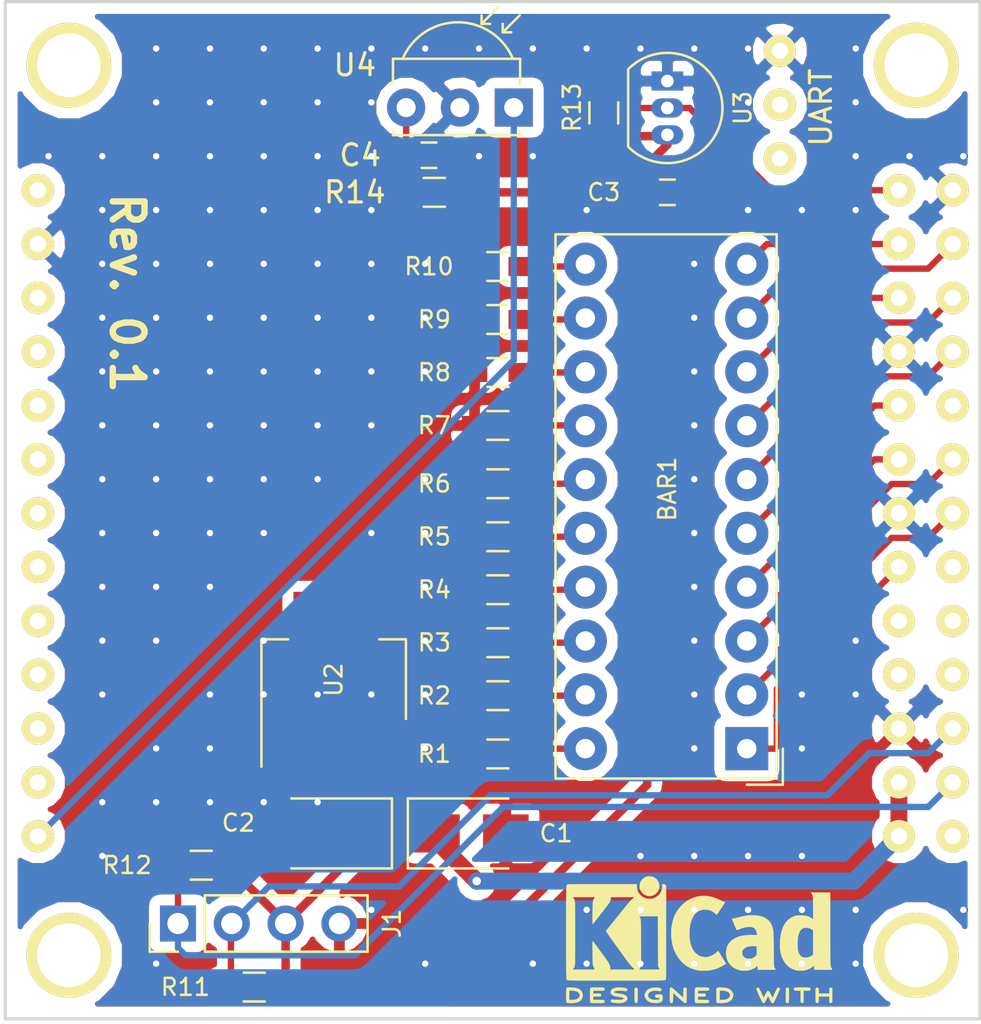
<source format=kicad_pcb>
(kicad_pcb (version 20171130) (host pcbnew 5.0.0-rc1-44a33f2~62~ubuntu16.04.1)
  (layers (0 F.Cu signal) (31 B.Cu signal) (34 B.Paste user) (35 F.Paste user) (36 B.SilkS user) (37 F.SilkS user) (38 B.Mask user) (39 F.Mask user) (44 Edge.Cuts user))
  (net 0 "")
  (net 1 "Net-(U1-Pad3)")
  (net 2 "Net-(U1-Pad4)")
  (net 3 "Net-(U1-Pad5)")
  (net 4 "Net-(U1-Pad6)")
  (net 5 "Net-(U1-Pad7)")
  (net 6 "Net-(U1-Pad8)")
  (net 7 "Net-(U1-Pad9)")
  (net 8 "Net-(U1-Pad10)")
  (net 9 "Net-(U1-Pad11)")
  (net 10 "Net-(U1-Pad12)")
  (net 11 "Net-(U1-Pad13)")
  (net 12 "Net-(U1-Pad101)")
  (net 13 "Net-(U1-Pad107)")
  (net 14 "Net-(U1-Pad108)")
  (net 15 "Net-(U1-Pad109)")
  (net 16 "Net-(U1-Pad110)")
  (net 17 "Net-(U1-Pad111)")
  (net 18 "Net-(U1-Pad117)")
  (net 19 "Net-(U1-Pad202)")
  (net 20 "Net-(U1-Pad203)")
  (net 21 "Net-(BAR1-Pad20)")
  (net 22 "Net-(BAR1-Pad19)")
  (net 23 "Net-(BAR1-Pad18)")
  (net 24 "Net-(BAR1-Pad17)")
  (net 25 "Net-(BAR1-Pad9)")
  (net 26 "Net-(BAR1-Pad10)")
  (net 27 "Net-(BAR1-Pad11)")
  (net 28 "Net-(BAR1-Pad12)")
  (net 29 "Net-(BAR1-Pad8)")
  (net 30 "Net-(BAR1-Pad7)")
  (net 31 "Net-(BAR1-Pad6)")
  (net 32 "Net-(BAR1-Pad5)")
  (net 33 "Net-(BAR1-Pad16)")
  (net 34 "Net-(BAR1-Pad15)")
  (net 35 "Net-(BAR1-Pad14)")
  (net 36 "Net-(BAR1-Pad13)")
  (net 37 "Net-(BAR1-Pad4)")
  (net 38 "Net-(BAR1-Pad3)")
  (net 39 "Net-(BAR1-Pad2)")
  (net 40 "Net-(BAR1-Pad1)")
  (net 41 GND)
  (net 42 +5V)
  (net 43 +3V3)
  (net 44 "Net-(J1-Pad2)")
  (net 45 "Net-(J1-Pad1)")
  (net 46 "Net-(R13-Pad1)")
  (net 47 "Net-(C4-Pad2)")
  (net 48 "Net-(U1-Pad1)")
  (module myfootprints:orangepi-zero (layer F.Cu) (at 113 98.5)
    (fp_text reference U1 hide)
    (fp_text value orange_pi_zero)
    (fp_text user UART (at 38.5 -43 -90) (layer F.SilkS))
    (pad "" thru_hole circle (at 43 -45) (size 4 4) (drill 3) (layers *.Cu *.Mask F.SilkS))
    (pad 1 thru_hole circle (at 1.54 -39.1) (size 1.524 1.524) (drill 0.762) (layers *.Cu *.Mask F.SilkS) (net 48 "Net-(U1-Pad1)"))
    (pad 2 thru_hole circle (at 1.54 -36.56) (size 1.524 1.524) (drill 0.762) (layers *.Cu *.Mask F.SilkS) (net 41 GND))
    (pad 3 thru_hole circle (at 1.54 -34.02) (size 1.524 1.524) (drill 0.762) (layers *.Cu *.Mask F.SilkS) (net 1 "Net-(U1-Pad3)"))
    (pad 4 thru_hole circle (at 1.54 -31.48) (size 1.524 1.524) (drill 0.762) (layers *.Cu *.Mask F.SilkS) (net 2 "Net-(U1-Pad4)"))
    (pad 5 thru_hole circle (at 1.54 -28.94) (size 1.524 1.524) (drill 0.762) (layers *.Cu *.Mask F.SilkS) (net 3 "Net-(U1-Pad5)"))
    (pad 6 thru_hole circle (at 1.54 -26.4) (size 1.524 1.524) (drill 0.762) (layers *.Cu *.Mask F.SilkS) (net 4 "Net-(U1-Pad6)"))
    (pad 7 thru_hole circle (at 1.54 -23.86) (size 1.524 1.524) (drill 0.762) (layers *.Cu *.Mask F.SilkS) (net 5 "Net-(U1-Pad7)"))
    (pad 8 thru_hole circle (at 1.54 -21.32) (size 1.524 1.524) (drill 0.762) (layers *.Cu *.Mask F.SilkS) (net 6 "Net-(U1-Pad8)"))
    (pad 9 thru_hole circle (at 1.54 -18.78) (size 1.524 1.524) (drill 0.762) (layers *.Cu *.Mask F.SilkS) (net 7 "Net-(U1-Pad9)"))
    (pad 10 thru_hole circle (at 1.54 -16.24) (size 1.524 1.524) (drill 0.762) (layers *.Cu *.Mask F.SilkS) (net 8 "Net-(U1-Pad10)"))
    (pad 11 thru_hole circle (at 1.54 -13.7) (size 1.524 1.524) (drill 0.762) (layers *.Cu *.Mask F.SilkS) (net 9 "Net-(U1-Pad11)"))
    (pad 12 thru_hole circle (at 1.54 -11.16) (size 1.524 1.524) (drill 0.762) (layers *.Cu *.Mask F.SilkS) (net 10 "Net-(U1-Pad12)"))
    (pad 13 thru_hole circle (at 1.54 -8.62) (size 1.524 1.524) (drill 0.762) (layers *.Cu *.Mask F.SilkS) (net 11 "Net-(U1-Pad13)"))
    (pad 101 thru_hole circle (at 44.72 -8.62) (size 1.524 1.524) (drill 0.762) (layers *.Cu *.Mask F.SilkS) (net 12 "Net-(U1-Pad101)"))
    (pad 102 thru_hole circle (at 42.18 -8.62) (size 1.524 1.524) (drill 0.762) (layers *.Cu *.Mask F.SilkS) (net 42 +5V))
    (pad 103 thru_hole circle (at 44.72 -11.16) (size 1.524 1.524) (drill 0.762) (layers *.Cu *.Mask F.SilkS) (net 45 "Net-(J1-Pad1)"))
    (pad 104 thru_hole circle (at 42.18 -11.16) (size 1.524 1.524) (drill 0.762) (layers *.Cu *.Mask F.SilkS) (net 42 +5V))
    (pad 105 thru_hole circle (at 44.72 -13.7) (size 1.524 1.524) (drill 0.762) (layers *.Cu *.Mask F.SilkS) (net 44 "Net-(J1-Pad2)"))
    (pad 106 thru_hole circle (at 42.18 -13.7) (size 1.524 1.524) (drill 0.762) (layers *.Cu *.Mask F.SilkS) (net 41 GND))
    (pad 107 thru_hole circle (at 44.72 -16.24) (size 1.524 1.524) (drill 0.762) (layers *.Cu *.Mask F.SilkS) (net 13 "Net-(U1-Pad107)"))
    (pad 108 thru_hole circle (at 42.18 -16.24) (size 1.524 1.524) (drill 0.762) (layers *.Cu *.Mask F.SilkS) (net 14 "Net-(U1-Pad108)"))
    (pad 109 thru_hole circle (at 44.72 -18.78) (size 1.524 1.524) (drill 0.762) (layers *.Cu *.Mask F.SilkS) (net 15 "Net-(U1-Pad109)"))
    (pad 110 thru_hole circle (at 42.18 -18.78) (size 1.524 1.524) (drill 0.762) (layers *.Cu *.Mask F.SilkS) (net 16 "Net-(U1-Pad110)"))
    (pad 111 thru_hole circle (at 44.72 -21.32) (size 1.524 1.524) (drill 0.762) (layers *.Cu *.Mask F.SilkS) (net 17 "Net-(U1-Pad111)"))
    (pad 112 thru_hole circle (at 42.18 -21.32) (size 1.524 1.524) (drill 0.762) (layers *.Cu *.Mask F.SilkS) (net 40 "Net-(BAR1-Pad1)"))
    (pad 113 thru_hole circle (at 44.72 -23.86) (size 1.524 1.524) (drill 0.762) (layers *.Cu *.Mask F.SilkS) (net 39 "Net-(BAR1-Pad2)"))
    (pad 114 thru_hole circle (at 42.18 -23.86) (size 1.524 1.524) (drill 0.762) (layers *.Cu *.Mask F.SilkS) (net 41 GND))
    (pad 115 thru_hole circle (at 44.72 -26.4) (size 1.524 1.524) (drill 0.762) (layers *.Cu *.Mask F.SilkS) (net 38 "Net-(BAR1-Pad3)"))
    (pad 116 thru_hole circle (at 42.18 -26.4) (size 1.524 1.524) (drill 0.762) (layers *.Cu *.Mask F.SilkS) (net 37 "Net-(BAR1-Pad4)"))
    (pad 117 thru_hole circle (at 44.72 -28.94) (size 1.524 1.524) (drill 0.762) (layers *.Cu *.Mask F.SilkS) (net 18 "Net-(U1-Pad117)"))
    (pad 118 thru_hole circle (at 42.18 -28.94) (size 1.524 1.524) (drill 0.762) (layers *.Cu *.Mask F.SilkS) (net 32 "Net-(BAR1-Pad5)"))
    (pad 119 thru_hole circle (at 44.72 -31.48) (size 1.524 1.524) (drill 0.762) (layers *.Cu *.Mask F.SilkS) (net 31 "Net-(BAR1-Pad6)"))
    (pad 120 thru_hole circle (at 42.18 -31.48) (size 1.524 1.524) (drill 0.762) (layers *.Cu *.Mask F.SilkS) (net 41 GND))
    (pad 121 thru_hole circle (at 44.72 -34.02) (size 1.524 1.524) (drill 0.762) (layers *.Cu *.Mask F.SilkS) (net 30 "Net-(BAR1-Pad7)"))
    (pad 122 thru_hole circle (at 42.18 -34.02) (size 1.524 1.524) (drill 0.762) (layers *.Cu *.Mask F.SilkS) (net 29 "Net-(BAR1-Pad8)"))
    (pad 123 thru_hole circle (at 44.72 -36.56) (size 1.524 1.524) (drill 0.762) (layers *.Cu *.Mask F.SilkS) (net 25 "Net-(BAR1-Pad9)"))
    (pad 124 thru_hole circle (at 42.18 -36.56) (size 1.524 1.524) (drill 0.762) (layers *.Cu *.Mask F.SilkS) (net 26 "Net-(BAR1-Pad10)"))
    (pad 125 thru_hole circle (at 44.72 -39.1) (size 1.524 1.524) (drill 0.762) (layers *.Cu *.Mask F.SilkS) (net 41 GND))
    (pad 126 thru_hole circle (at 42.18 -39.1) (size 1.524 1.524) (drill 0.762) (layers *.Cu *.Mask F.SilkS) (net 46 "Net-(R13-Pad1)"))
    (pad 201 thru_hole circle (at 36.56 -45.68) (size 1.524 1.524) (drill 0.762) (layers *.Cu *.Mask F.SilkS) (net 41 GND))
    (pad 202 thru_hole circle (at 36.56 -43.14) (size 1.524 1.524) (drill 0.762) (layers *.Cu *.Mask F.SilkS) (net 19 "Net-(U1-Pad202)"))
    (pad 203 thru_hole circle (at 36.56 -40.6) (size 1.524 1.524) (drill 0.762) (layers *.Cu *.Mask F.SilkS) (net 20 "Net-(U1-Pad203)"))
    (pad "" thru_hole circle (at 3 -45) (size 4 4) (drill 3) (layers *.Cu *.Mask F.SilkS))
    (pad "" thru_hole circle (at 3 -3) (size 4 4) (drill 3) (layers *.Cu *.Mask F.SilkS))
    (pad "" thru_hole circle (at 43 -3) (size 4 4) (drill 3) (layers *.Cu *.Mask F.SilkS))
  )
  (module Symbols:KiCad-Logo2_6mm_SilkScreen (layer F.Cu) (at 145.75 94.75)
    (fp_text reference REF*** hide)
    (fp_text value KiCad-Logo2_6mm_SilkScreen hide)
  )
  (module Displays:HDSP-4850 (layer F.Cu) (at 148 85.75 180)
    (fp_text reference BAR1 (at 3.75 12.25 270) (layer F.SilkS) (effects (font (size 0.8 0.8) (thickness 0.12))))
    (fp_text value HDSP-4850_2)
    (pad 20 thru_hole circle (at 7.62 0 90) (size 2.032 2.032) (drill 0.9144) (layers *.Cu *.Mask) (net 21 "Net-(BAR1-Pad20)"))
    (pad 19 thru_hole circle (at 7.62 2.54 90) (size 2.032 2.032) (drill 0.9144) (layers *.Cu *.Mask) (net 22 "Net-(BAR1-Pad19)"))
    (pad 18 thru_hole circle (at 7.62 5.08 90) (size 2.032 2.032) (drill 0.9144) (layers *.Cu *.Mask) (net 23 "Net-(BAR1-Pad18)"))
    (pad 17 thru_hole circle (at 7.62 7.62 90) (size 2.032 2.032) (drill 0.9144) (layers *.Cu *.Mask) (net 24 "Net-(BAR1-Pad17)"))
    (pad 9 thru_hole circle (at 0 20.32 90) (size 2.032 2.032) (drill 0.9144) (layers *.Cu *.Mask) (net 25 "Net-(BAR1-Pad9)"))
    (pad 10 thru_hole circle (at 0 22.86 90) (size 2.032 2.032) (drill 0.9144) (layers *.Cu *.Mask) (net 26 "Net-(BAR1-Pad10)"))
    (pad 11 thru_hole circle (at 7.62 22.86 90) (size 2.032 2.032) (drill 0.9144) (layers *.Cu *.Mask) (net 27 "Net-(BAR1-Pad11)"))
    (pad 12 thru_hole circle (at 7.62 20.32 90) (size 2.032 2.032) (drill 0.9144) (layers *.Cu *.Mask) (net 28 "Net-(BAR1-Pad12)"))
    (pad 8 thru_hole circle (at 0 17.78 90) (size 2.032 2.032) (drill 0.9144) (layers *.Cu *.Mask) (net 29 "Net-(BAR1-Pad8)"))
    (pad 7 thru_hole circle (at 0 15.24 90) (size 2.032 2.032) (drill 0.9144) (layers *.Cu *.Mask) (net 30 "Net-(BAR1-Pad7)"))
    (pad 6 thru_hole circle (at 0 12.7 90) (size 2.032 2.032) (drill 0.9144) (layers *.Cu *.Mask) (net 31 "Net-(BAR1-Pad6)"))
    (pad 5 thru_hole circle (at 0 10.16 90) (size 2.032 2.032) (drill 0.9144) (layers *.Cu *.Mask) (net 32 "Net-(BAR1-Pad5)"))
    (pad 16 thru_hole circle (at 7.62 10.16 90) (size 2.032 2.032) (drill 0.9144) (layers *.Cu *.Mask) (net 33 "Net-(BAR1-Pad16)"))
    (pad 15 thru_hole circle (at 7.62 12.7 90) (size 2.032 2.032) (drill 0.9144) (layers *.Cu *.Mask) (net 34 "Net-(BAR1-Pad15)"))
    (pad 14 thru_hole circle (at 7.62 15.24 90) (size 2.032 2.032) (drill 0.9144) (layers *.Cu *.Mask) (net 35 "Net-(BAR1-Pad14)"))
    (pad 13 thru_hole circle (at 7.62 17.78 90) (size 2.032 2.032) (drill 0.9144) (layers *.Cu *.Mask) (net 36 "Net-(BAR1-Pad13)"))
    (pad 4 thru_hole circle (at 0 7.62 90) (size 2.032 2.032) (drill 0.9144) (layers *.Cu *.Mask) (net 37 "Net-(BAR1-Pad4)"))
    (pad 3 thru_hole circle (at 0 5.08 90) (size 2.032 2.032) (drill 0.9144) (layers *.Cu *.Mask) (net 38 "Net-(BAR1-Pad3)"))
    (pad 2 thru_hole circle (at 0 2.54 90) (size 2.032 2.032) (drill 0.9144) (layers *.Cu *.Mask) (net 39 "Net-(BAR1-Pad2)"))
    (pad 1 thru_hole rect (at 0 0 90) (size 2.032 2.032) (drill 0.9144) (layers *.Cu *.Mask) (net 40 "Net-(BAR1-Pad1)"))
  )
  (module Capacitors_Tantalum_SMD:CP_Tantalum_Case-B_EIA-3528-21_Wave (layer F.Cu) (at 135 89.75)
    (fp_text reference C1 (at 4 0) (layer F.SilkS) (effects (font (size 0.8 0.8) (thickness 0.12))))
    (fp_text value 22u)
    (pad 2 smd rect (at 1.625 0) (size 2.15 1.8) (layers F.Cu F.Paste F.Mask) (net 41 GND))
    (pad 1 smd rect (at -1.625 0) (size 2.15 1.8) (layers F.Cu F.Paste F.Mask) (net 42 +5V))
  )
  (module Capacitors_Tantalum_SMD:CP_Tantalum_Case-B_EIA-3528-21_Wave (layer F.Cu) (at 128.25 89.75 180)
    (fp_text reference C2 (at 4.25 0.5 180) (layer F.SilkS) (effects (font (size 0.8 0.8) (thickness 0.12))))
    (fp_text value 22u)
    (pad 1 smd rect (at -1.625 0 180) (size 2.15 1.8) (layers F.Cu F.Paste F.Mask) (net 43 +3V3))
    (pad 2 smd rect (at 1.625 0 180) (size 2.15 1.8) (layers F.Cu F.Paste F.Mask) (net 41 GND))
  )
  (module Resistors_SMD:R_0603_HandSoldering (layer F.Cu) (at 136.25 86)
    (fp_text reference R1 (at -3 0) (layer F.SilkS) (effects (font (size 0.8 0.8) (thickness 0.12))))
    (fp_text value 330)
    (pad 2 smd rect (at 1.1 0) (size 1.2 0.9) (layers F.Cu F.Paste F.Mask) (net 21 "Net-(BAR1-Pad20)"))
    (pad 1 smd rect (at -1.1 0) (size 1.2 0.9) (layers F.Cu F.Paste F.Mask) (net 41 GND))
  )
  (module Resistors_SMD:R_0603_HandSoldering (layer F.Cu) (at 136.25 83.25)
    (fp_text reference R2 (at -3 0) (layer F.SilkS) (effects (font (size 0.8 0.8) (thickness 0.12))))
    (fp_text value 330)
    (pad 1 smd rect (at -1.1 0) (size 1.2 0.9) (layers F.Cu F.Paste F.Mask) (net 41 GND))
    (pad 2 smd rect (at 1.1 0) (size 1.2 0.9) (layers F.Cu F.Paste F.Mask) (net 22 "Net-(BAR1-Pad19)"))
  )
  (module Resistors_SMD:R_0603_HandSoldering (layer F.Cu) (at 136.25 80.75)
    (fp_text reference R3 (at -3 0) (layer F.SilkS) (effects (font (size 0.8 0.8) (thickness 0.12))))
    (fp_text value 330)
    (pad 2 smd rect (at 1.1 0) (size 1.2 0.9) (layers F.Cu F.Paste F.Mask) (net 23 "Net-(BAR1-Pad18)"))
    (pad 1 smd rect (at -1.1 0) (size 1.2 0.9) (layers F.Cu F.Paste F.Mask) (net 41 GND))
  )
  (module Resistors_SMD:R_0603_HandSoldering (layer F.Cu) (at 136.25 78.25)
    (fp_text reference R4 (at -3 0) (layer F.SilkS) (effects (font (size 0.8 0.8) (thickness 0.12))))
    (fp_text value 330)
    (pad 1 smd rect (at -1.1 0) (size 1.2 0.9) (layers F.Cu F.Paste F.Mask) (net 41 GND))
    (pad 2 smd rect (at 1.1 0) (size 1.2 0.9) (layers F.Cu F.Paste F.Mask) (net 24 "Net-(BAR1-Pad17)"))
  )
  (module Resistors_SMD:R_0603_HandSoldering (layer F.Cu) (at 136.25 75.75)
    (fp_text reference R5 (at -3 0) (layer F.SilkS) (effects (font (size 0.8 0.8) (thickness 0.12))))
    (fp_text value 330)
    (pad 2 smd rect (at 1.1 0) (size 1.2 0.9) (layers F.Cu F.Paste F.Mask) (net 33 "Net-(BAR1-Pad16)"))
    (pad 1 smd rect (at -1.1 0) (size 1.2 0.9) (layers F.Cu F.Paste F.Mask) (net 41 GND))
  )
  (module Resistors_SMD:R_0603_HandSoldering (layer F.Cu) (at 136.25 73.25)
    (fp_text reference R6 (at -3 0) (layer F.SilkS) (effects (font (size 0.8 0.8) (thickness 0.12))))
    (fp_text value 330)
    (pad 1 smd rect (at -1.1 0) (size 1.2 0.9) (layers F.Cu F.Paste F.Mask) (net 41 GND))
    (pad 2 smd rect (at 1.1 0) (size 1.2 0.9) (layers F.Cu F.Paste F.Mask) (net 34 "Net-(BAR1-Pad15)"))
  )
  (module Resistors_SMD:R_0603_HandSoldering (layer F.Cu) (at 136.25 70.5)
    (fp_text reference R7 (at -3 0) (layer F.SilkS) (effects (font (size 0.8 0.8) (thickness 0.12))))
    (fp_text value 330)
    (pad 2 smd rect (at 1.1 0) (size 1.2 0.9) (layers F.Cu F.Paste F.Mask) (net 35 "Net-(BAR1-Pad14)"))
    (pad 1 smd rect (at -1.1 0) (size 1.2 0.9) (layers F.Cu F.Paste F.Mask) (net 41 GND))
  )
  (module Resistors_SMD:R_0603_HandSoldering (layer F.Cu) (at 136.25 68)
    (fp_text reference R8 (at -3 0) (layer F.SilkS) (effects (font (size 0.8 0.8) (thickness 0.12))))
    (fp_text value 330)
    (pad 1 smd rect (at -1.1 0) (size 1.2 0.9) (layers F.Cu F.Paste F.Mask) (net 41 GND))
    (pad 2 smd rect (at 1.1 0) (size 1.2 0.9) (layers F.Cu F.Paste F.Mask) (net 36 "Net-(BAR1-Pad13)"))
  )
  (module Resistors_SMD:R_0603_HandSoldering (layer F.Cu) (at 136.25 65.5)
    (fp_text reference R9 (at -3 0) (layer F.SilkS) (effects (font (size 0.8 0.8) (thickness 0.12))))
    (fp_text value 330)
    (pad 2 smd rect (at 1.1 0) (size 1.2 0.9) (layers F.Cu F.Paste F.Mask) (net 28 "Net-(BAR1-Pad12)"))
    (pad 1 smd rect (at -1.1 0) (size 1.2 0.9) (layers F.Cu F.Paste F.Mask) (net 41 GND))
  )
  (module Resistors_SMD:R_0603_HandSoldering (layer F.Cu) (at 136.25 63)
    (fp_text reference R10 (at -3.25 0) (layer F.SilkS) (effects (font (size 0.8 0.8) (thickness 0.12))))
    (fp_text value 330)
    (pad 1 smd rect (at -1.1 0) (size 1.2 0.9) (layers F.Cu F.Paste F.Mask) (net 41 GND))
    (pad 2 smd rect (at 1.1 0) (size 1.2 0.9) (layers F.Cu F.Paste F.Mask) (net 27 "Net-(BAR1-Pad11)"))
  )
  (module TO_SOT_Packages_SMD:SOT-223 (layer F.Cu) (at 128.5 82.5 90)
    (fp_text reference U2 (at 0 0 90) (layer F.SilkS) (effects (font (size 0.8 0.8) (thickness 0.12))))
    (fp_text value AMS1117-3.3)
    (pad 1 smd rect (at -3.15 -2.3 90) (size 2 1.5) (layers F.Cu F.Paste F.Mask) (net 41 GND))
    (pad 3 smd rect (at -3.15 2.3 90) (size 2 1.5) (layers F.Cu F.Paste F.Mask) (net 42 +5V))
    (pad 2 smd rect (at -3.15 0 90) (size 2 1.5) (layers F.Cu F.Paste F.Mask) (net 43 +3V3))
    (pad 4 smd rect (at 3.15 0 90) (size 2 3.8) (layers F.Cu F.Paste F.Mask))
  )
  (module Pin_Headers:Pin_Header_Straight_1x04_Pitch2.54mm (layer F.Cu) (at 121.15 94 90)
    (fp_text reference J1 (at 0 10.1 90) (layer F.SilkS) (effects (font (size 0.8 0.8) (thickness 0.12))))
    (fp_text value Conn_01x04)
    (pad 4 thru_hole oval (at 0 7.62 90) (size 1.7 1.7) (drill 1) (layers *.Cu *.Mask) (net 41 GND))
    (pad 3 thru_hole oval (at 0 5.08 90) (size 1.7 1.7) (drill 1) (layers *.Cu *.Mask) (net 43 +3V3))
    (pad 2 thru_hole oval (at 0 2.54 90) (size 1.7 1.7) (drill 1) (layers *.Cu *.Mask) (net 44 "Net-(J1-Pad2)"))
    (pad 1 thru_hole rect (at 0 0 90) (size 1.7 1.7) (drill 1) (layers *.Cu *.Mask) (net 45 "Net-(J1-Pad1)"))
  )
  (module Resistors_SMD:R_0603_HandSoldering (layer F.Cu) (at 124.75 97)
    (fp_text reference R11 (at -3.25 0) (layer F.SilkS) (effects (font (size 0.8 0.8) (thickness 0.12))))
    (fp_text value 4K7)
    (pad 1 smd rect (at -1.1 0) (size 1.2 0.9) (layers F.Cu F.Paste F.Mask) (net 44 "Net-(J1-Pad2)"))
    (pad 2 smd rect (at 1.1 0) (size 1.2 0.9) (layers F.Cu F.Paste F.Mask) (net 43 +3V3))
  )
  (module Resistors_SMD:R_0603_HandSoldering (layer F.Cu) (at 122.25 91.25)
    (fp_text reference R12 (at -3.5 0) (layer F.SilkS) (effects (font (size 0.8 0.8) (thickness 0.12))))
    (fp_text value 4K7)
    (pad 2 smd rect (at 1.1 0) (size 1.2 0.9) (layers F.Cu F.Paste F.Mask) (net 43 +3V3))
    (pad 1 smd rect (at -1.1 0) (size 1.2 0.9) (layers F.Cu F.Paste F.Mask) (net 45 "Net-(J1-Pad1)"))
  )
  (module Capacitors_SMD:C_0603_HandSoldering (layer F.Cu) (at 144.25 59.5 180)
    (fp_text reference C3 (at 3 0 180) (layer F.SilkS) (effects (font (size 0.8 0.8) (thickness 0.12))))
    (fp_text value 100n)
    (pad 2 smd rect (at 0.95 0 180) (size 1.2 0.75) (layers F.Cu F.Paste F.Mask) (net 43 +3V3))
    (pad 1 smd rect (at -0.95 0 180) (size 1.2 0.75) (layers F.Cu F.Paste F.Mask) (net 41 GND))
  )
  (module Resistors_SMD:R_0603_HandSoldering (layer F.Cu) (at 141.25 55.75 270)
    (fp_text reference R13 (at -0.25 1.5 90) (layer F.SilkS) (effects (font (size 0.8 0.8) (thickness 0.12))))
    (fp_text value 4K7)
    (pad 2 smd rect (at 1.1 0 270) (size 1.2 0.9) (layers F.Cu F.Paste F.Mask) (net 43 +3V3))
    (pad 1 smd rect (at -1.1 0 270) (size 1.2 0.9) (layers F.Cu F.Paste F.Mask) (net 46 "Net-(R13-Pad1)"))
  )
  (module TO_SOT_Packages_THT:TO-92_Inline_Narrow_Oval (layer F.Cu) (at 144.25 54.25 270)
    (fp_text reference U3 (at 1.27 -3.56 90) (layer F.SilkS) (effects (font (size 0.8 0.8) (thickness 0.12))))
    (fp_text value DS18B20)
    (pad 1 thru_hole rect (at 0 0 90) (size 0.9 1.5) (drill 0.6) (layers *.Cu *.Mask) (net 41 GND))
    (pad 3 thru_hole oval (at 2.54 0 90) (size 0.9 1.5) (drill 0.6) (layers *.Cu *.Mask) (net 43 +3V3))
    (pad 2 thru_hole oval (at 1.27 0 90) (size 0.9 1.5) (drill 0.6) (layers *.Cu *.Mask) (net 46 "Net-(R13-Pad1)"))
  )
  (module Capacitors_SMD:C_0603_HandSoldering (layer F.Cu) (at 133 57.75 180)
    (fp_text reference C4 (at 3.25 0 180) (layer F.SilkS))
    (fp_text value 100n)
    (pad 2 smd rect (at 0.95 0 180) (size 1.2 0.75) (layers F.Cu F.Paste F.Mask) (net 47 "Net-(C4-Pad2)"))
    (pad 1 smd rect (at -0.95 0 180) (size 1.2 0.75) (layers F.Cu F.Paste F.Mask) (net 41 GND))
  )
  (module Resistors_SMD:R_0603_HandSoldering (layer F.Cu) (at 133.25 59.5)
    (fp_text reference R14 (at -3.75 0) (layer F.SilkS))
    (fp_text value 100)
    (pad 2 smd rect (at 1.1 0) (size 1.2 0.9) (layers F.Cu F.Paste F.Mask) (net 43 +3V3))
    (pad 1 smd rect (at -1.1 0) (size 1.2 0.9) (layers F.Cu F.Paste F.Mask) (net 47 "Net-(C4-Pad2)"))
  )
  (module Opto-Devices:IRReceiver_Vishay_MOLD-3pin (layer F.Cu) (at 137 55.5 180)
    (fp_text reference U4 (at 7.5 2) (layer F.SilkS))
    (fp_text value TSOP343xx)
    (pad 3 thru_hole circle (at 5.08 0 180) (size 1.8 1.8) (drill 0.9) (layers *.Cu *.Mask) (net 47 "Net-(C4-Pad2)"))
    (pad 2 thru_hole circle (at 2.54 0 180) (size 1.8 1.8) (drill 0.9) (layers *.Cu *.Mask) (net 41 GND))
    (pad 1 thru_hole rect (at 0 0 180) (size 1.8 1.8) (drill 0.9) (layers *.Cu *.Mask) (net 11 "Net-(U1-Pad13)"))
  )
  (module VIA_MATRIX (layer F.Cu) (at 120.12 52.714999)
    (fp_text reference V3_1 hide)
    (fp_text value AUTO_VIA hide)
    (pad 1 thru_hole circle (at 0 0) (size 0.45 0.45) (drill 0.3) (layers *.Cu) (net 41 GND) (clearance 0.3))
  )
  (module VIA_MATRIX (layer F.Cu) (at 122.66 52.714999)
    (fp_text reference V4_1 hide)
    (fp_text value AUTO_VIA hide)
    (pad 1 thru_hole circle (at 0 0) (size 0.45 0.45) (drill 0.3) (layers *.Cu) (net 41 GND) (clearance 0.3))
  )
  (module VIA_MATRIX (layer F.Cu) (at 125.2 52.714999)
    (fp_text reference V5_1 hide)
    (fp_text value AUTO_VIA hide)
    (pad 1 thru_hole circle (at 0 0) (size 0.45 0.45) (drill 0.3) (layers *.Cu) (net 41 GND) (clearance 0.3))
  )
  (module VIA_MATRIX (layer F.Cu) (at 127.74 52.714999)
    (fp_text reference V6_1 hide)
    (fp_text value AUTO_VIA hide)
    (pad 1 thru_hole circle (at 0 0) (size 0.45 0.45) (drill 0.3) (layers *.Cu) (net 41 GND) (clearance 0.3))
  )
  (module VIA_MATRIX (layer F.Cu) (at 130.28 52.714999)
    (fp_text reference V7_1 hide)
    (fp_text value AUTO_VIA hide)
    (pad 1 thru_hole circle (at 0 0) (size 0.45 0.45) (drill 0.3) (layers *.Cu) (net 41 GND) (clearance 0.3))
  )
  (module VIA_MATRIX (layer F.Cu) (at 132.82 52.714999)
    (fp_text reference V8_1 hide)
    (fp_text value AUTO_VIA hide)
    (pad 1 thru_hole circle (at 0 0) (size 0.45 0.45) (drill 0.3) (layers *.Cu) (net 41 GND) (clearance 0.3))
  )
  (module VIA_MATRIX (layer F.Cu) (at 135.36 52.714999)
    (fp_text reference V9_1 hide)
    (fp_text value AUTO_VIA hide)
    (pad 1 thru_hole circle (at 0 0) (size 0.45 0.45) (drill 0.3) (layers *.Cu) (net 41 GND) (clearance 0.3))
  )
  (module VIA_MATRIX (layer F.Cu) (at 137.9 52.714999)
    (fp_text reference V10_1 hide)
    (fp_text value AUTO_VIA hide)
    (pad 1 thru_hole circle (at 0 0) (size 0.45 0.45) (drill 0.3) (layers *.Cu) (net 41 GND) (clearance 0.3))
  )
  (module VIA_MATRIX (layer F.Cu) (at 140.44 52.714999)
    (fp_text reference V11_1 hide)
    (fp_text value AUTO_VIA hide)
    (pad 1 thru_hole circle (at 0 0) (size 0.45 0.45) (drill 0.3) (layers *.Cu) (net 41 GND) (clearance 0.3))
  )
  (module VIA_MATRIX (layer F.Cu) (at 142.98 52.714999)
    (fp_text reference V12_1 hide)
    (fp_text value AUTO_VIA hide)
    (pad 1 thru_hole circle (at 0 0) (size 0.45 0.45) (drill 0.3) (layers *.Cu) (net 41 GND) (clearance 0.3))
  )
  (module VIA_MATRIX (layer F.Cu) (at 145.52 52.714999)
    (fp_text reference V13_1 hide)
    (fp_text value AUTO_VIA hide)
    (pad 1 thru_hole circle (at 0 0) (size 0.45 0.45) (drill 0.3) (layers *.Cu) (net 41 GND) (clearance 0.3))
  )
  (module VIA_MATRIX (layer F.Cu) (at 148.06 52.714999)
    (fp_text reference V14_1 hide)
    (fp_text value AUTO_VIA hide)
    (pad 1 thru_hole circle (at 0 0) (size 0.45 0.45) (drill 0.3) (layers *.Cu) (net 41 GND) (clearance 0.3))
  )
  (module VIA_MATRIX (layer F.Cu) (at 153.14 52.714999)
    (fp_text reference V16_1 hide)
    (fp_text value AUTO_VIA hide)
    (pad 1 thru_hole circle (at 0 0) (size 0.45 0.45) (drill 0.3) (layers *.Cu) (net 41 GND) (clearance 0.3))
  )
  (module VIA_MATRIX (layer F.Cu) (at 120.12 55.254999)
    (fp_text reference V3_2 hide)
    (fp_text value AUTO_VIA hide)
    (pad 1 thru_hole circle (at 0 0) (size 0.45 0.45) (drill 0.3) (layers *.Cu) (net 41 GND) (clearance 0.3))
  )
  (module VIA_MATRIX (layer F.Cu) (at 122.66 55.254999)
    (fp_text reference V4_2 hide)
    (fp_text value AUTO_VIA hide)
    (pad 1 thru_hole circle (at 0 0) (size 0.45 0.45) (drill 0.3) (layers *.Cu) (net 41 GND) (clearance 0.3))
  )
  (module VIA_MATRIX (layer F.Cu) (at 125.2 55.254999)
    (fp_text reference V5_2 hide)
    (fp_text value AUTO_VIA hide)
    (pad 1 thru_hole circle (at 0 0) (size 0.45 0.45) (drill 0.3) (layers *.Cu) (net 41 GND) (clearance 0.3))
  )
  (module VIA_MATRIX (layer F.Cu) (at 127.74 55.254999)
    (fp_text reference V6_2 hide)
    (fp_text value AUTO_VIA hide)
    (pad 1 thru_hole circle (at 0 0) (size 0.45 0.45) (drill 0.3) (layers *.Cu) (net 41 GND) (clearance 0.3))
  )
  (module VIA_MATRIX (layer F.Cu) (at 130.28 55.254999)
    (fp_text reference V7_2 hide)
    (fp_text value AUTO_VIA hide)
    (pad 1 thru_hole circle (at 0 0) (size 0.45 0.45) (drill 0.3) (layers *.Cu) (net 41 GND) (clearance 0.3))
  )
  (module VIA_MATRIX (layer F.Cu) (at 148.06 55.254999)
    (fp_text reference V14_2 hide)
    (fp_text value AUTO_VIA hide)
    (pad 1 thru_hole circle (at 0 0) (size 0.45 0.45) (drill 0.3) (layers *.Cu) (net 41 GND) (clearance 0.3))
  )
  (module VIA_MATRIX (layer F.Cu) (at 153.14 55.254999)
    (fp_text reference V16_2 hide)
    (fp_text value AUTO_VIA hide)
    (pad 1 thru_hole circle (at 0 0) (size 0.45 0.45) (drill 0.3) (layers *.Cu) (net 41 GND) (clearance 0.3))
  )
  (module VIA_MATRIX (layer F.Cu) (at 115.04 57.794999)
    (fp_text reference V1_3 hide)
    (fp_text value AUTO_VIA hide)
    (pad 1 thru_hole circle (at 0 0) (size 0.45 0.45) (drill 0.3) (layers *.Cu) (net 41 GND) (clearance 0.3))
  )
  (module VIA_MATRIX (layer F.Cu) (at 117.58 57.794999)
    (fp_text reference V2_3 hide)
    (fp_text value AUTO_VIA hide)
    (pad 1 thru_hole circle (at 0 0) (size 0.45 0.45) (drill 0.3) (layers *.Cu) (net 41 GND) (clearance 0.3))
  )
  (module VIA_MATRIX (layer F.Cu) (at 120.12 57.794999)
    (fp_text reference V3_3 hide)
    (fp_text value AUTO_VIA hide)
    (pad 1 thru_hole circle (at 0 0) (size 0.45 0.45) (drill 0.3) (layers *.Cu) (net 41 GND) (clearance 0.3))
  )
  (module VIA_MATRIX (layer F.Cu) (at 122.66 57.794999)
    (fp_text reference V4_3 hide)
    (fp_text value AUTO_VIA hide)
    (pad 1 thru_hole circle (at 0 0) (size 0.45 0.45) (drill 0.3) (layers *.Cu) (net 41 GND) (clearance 0.3))
  )
  (module VIA_MATRIX (layer F.Cu) (at 125.2 57.794999)
    (fp_text reference V5_3 hide)
    (fp_text value AUTO_VIA hide)
    (pad 1 thru_hole circle (at 0 0) (size 0.45 0.45) (drill 0.3) (layers *.Cu) (net 41 GND) (clearance 0.3))
  )
  (module VIA_MATRIX (layer F.Cu) (at 127.74 57.794999)
    (fp_text reference V6_3 hide)
    (fp_text value AUTO_VIA hide)
    (pad 1 thru_hole circle (at 0 0) (size 0.45 0.45) (drill 0.3) (layers *.Cu) (net 41 GND) (clearance 0.3))
  )
  (module VIA_MATRIX (layer F.Cu) (at 130.28 57.794999)
    (fp_text reference V7_3 hide)
    (fp_text value AUTO_VIA hide)
    (pad 1 thru_hole circle (at 0 0) (size 0.45 0.45) (drill 0.3) (layers *.Cu) (net 41 GND) (clearance 0.3))
  )
  (module VIA_MATRIX (layer F.Cu) (at 135.36 57.794999)
    (fp_text reference V9_3 hide)
    (fp_text value AUTO_VIA hide)
    (pad 1 thru_hole circle (at 0 0) (size 0.45 0.45) (drill 0.3) (layers *.Cu) (net 41 GND) (clearance 0.3))
  )
  (module VIA_MATRIX (layer F.Cu) (at 137.9 57.794999)
    (fp_text reference V10_3 hide)
    (fp_text value AUTO_VIA hide)
    (pad 1 thru_hole circle (at 0 0) (size 0.45 0.45) (drill 0.3) (layers *.Cu) (net 41 GND) (clearance 0.3))
  )
  (module VIA_MATRIX (layer F.Cu) (at 153.14 57.794999)
    (fp_text reference V16_3 hide)
    (fp_text value AUTO_VIA hide)
    (pad 1 thru_hole circle (at 0 0) (size 0.45 0.45) (drill 0.3) (layers *.Cu) (net 41 GND) (clearance 0.3))
  )
  (module VIA_MATRIX (layer F.Cu) (at 155.68 57.794999)
    (fp_text reference V17_3 hide)
    (fp_text value AUTO_VIA hide)
    (pad 1 thru_hole circle (at 0 0) (size 0.45 0.45) (drill 0.3) (layers *.Cu) (net 41 GND) (clearance 0.3))
  )
  (module VIA_MATRIX (layer F.Cu) (at 158.22 57.794999)
    (fp_text reference V18_3 hide)
    (fp_text value AUTO_VIA hide)
    (pad 1 thru_hole circle (at 0 0) (size 0.45 0.45) (drill 0.3) (layers *.Cu) (net 41 GND) (clearance 0.3))
  )
  (module VIA_MATRIX (layer F.Cu) (at 117.58 60.334999)
    (fp_text reference V2_4 hide)
    (fp_text value AUTO_VIA hide)
    (pad 1 thru_hole circle (at 0 0) (size 0.45 0.45) (drill 0.3) (layers *.Cu) (net 41 GND) (clearance 0.3))
  )
  (module VIA_MATRIX (layer F.Cu) (at 120.12 60.334999)
    (fp_text reference V3_4 hide)
    (fp_text value AUTO_VIA hide)
    (pad 1 thru_hole circle (at 0 0) (size 0.45 0.45) (drill 0.3) (layers *.Cu) (net 41 GND) (clearance 0.3))
  )
  (module VIA_MATRIX (layer F.Cu) (at 122.66 60.334999)
    (fp_text reference V4_4 hide)
    (fp_text value AUTO_VIA hide)
    (pad 1 thru_hole circle (at 0 0) (size 0.45 0.45) (drill 0.3) (layers *.Cu) (net 41 GND) (clearance 0.3))
  )
  (module VIA_MATRIX (layer F.Cu) (at 125.2 60.334999)
    (fp_text reference V5_4 hide)
    (fp_text value AUTO_VIA hide)
    (pad 1 thru_hole circle (at 0 0) (size 0.45 0.45) (drill 0.3) (layers *.Cu) (net 41 GND) (clearance 0.3))
  )
  (module VIA_MATRIX (layer F.Cu) (at 127.74 60.334999)
    (fp_text reference V6_4 hide)
    (fp_text value AUTO_VIA hide)
    (pad 1 thru_hole circle (at 0 0) (size 0.45 0.45) (drill 0.3) (layers *.Cu) (net 41 GND) (clearance 0.3))
  )
  (module VIA_MATRIX (layer F.Cu) (at 130.28 60.334999)
    (fp_text reference V7_4 hide)
    (fp_text value AUTO_VIA hide)
    (pad 1 thru_hole circle (at 0 0) (size 0.45 0.45) (drill 0.3) (layers *.Cu) (net 41 GND) (clearance 0.3))
  )
  (module VIA_MATRIX (layer F.Cu) (at 140.44 60.334999)
    (fp_text reference V11_4 hide)
    (fp_text value AUTO_VIA hide)
    (pad 1 thru_hole circle (at 0 0) (size 0.45 0.45) (drill 0.3) (layers *.Cu) (net 41 GND) (clearance 0.3))
  )
  (module VIA_MATRIX (layer F.Cu) (at 148.06 60.334999)
    (fp_text reference V14_4 hide)
    (fp_text value AUTO_VIA hide)
    (pad 1 thru_hole circle (at 0 0) (size 0.45 0.45) (drill 0.3) (layers *.Cu) (net 41 GND) (clearance 0.3))
  )
  (module VIA_MATRIX (layer F.Cu) (at 150.6 60.334999)
    (fp_text reference V15_4 hide)
    (fp_text value AUTO_VIA hide)
    (pad 1 thru_hole circle (at 0 0) (size 0.45 0.45) (drill 0.3) (layers *.Cu) (net 41 GND) (clearance 0.3))
  )
  (module VIA_MATRIX (layer F.Cu) (at 153.14 60.334999)
    (fp_text reference V16_4 hide)
    (fp_text value AUTO_VIA hide)
    (pad 1 thru_hole circle (at 0 0) (size 0.45 0.45) (drill 0.3) (layers *.Cu) (net 41 GND) (clearance 0.3))
  )
  (module VIA_MATRIX (layer F.Cu) (at 117.58 62.874999)
    (fp_text reference V2_5 hide)
    (fp_text value AUTO_VIA hide)
    (pad 1 thru_hole circle (at 0 0) (size 0.45 0.45) (drill 0.3) (layers *.Cu) (net 41 GND) (clearance 0.3))
  )
  (module VIA_MATRIX (layer F.Cu) (at 120.12 62.874999)
    (fp_text reference V3_5 hide)
    (fp_text value AUTO_VIA hide)
    (pad 1 thru_hole circle (at 0 0) (size 0.45 0.45) (drill 0.3) (layers *.Cu) (net 41 GND) (clearance 0.3))
  )
  (module VIA_MATRIX (layer F.Cu) (at 122.66 62.874999)
    (fp_text reference V4_5 hide)
    (fp_text value AUTO_VIA hide)
    (pad 1 thru_hole circle (at 0 0) (size 0.45 0.45) (drill 0.3) (layers *.Cu) (net 41 GND) (clearance 0.3))
  )
  (module VIA_MATRIX (layer F.Cu) (at 125.2 62.874999)
    (fp_text reference V5_5 hide)
    (fp_text value AUTO_VIA hide)
    (pad 1 thru_hole circle (at 0 0) (size 0.45 0.45) (drill 0.3) (layers *.Cu) (net 41 GND) (clearance 0.3))
  )
  (module VIA_MATRIX (layer F.Cu) (at 127.74 62.874999)
    (fp_text reference V6_5 hide)
    (fp_text value AUTO_VIA hide)
    (pad 1 thru_hole circle (at 0 0) (size 0.45 0.45) (drill 0.3) (layers *.Cu) (net 41 GND) (clearance 0.3))
  )
  (module VIA_MATRIX (layer F.Cu) (at 130.28 62.874999)
    (fp_text reference V7_5 hide)
    (fp_text value AUTO_VIA hide)
    (pad 1 thru_hole circle (at 0 0) (size 0.45 0.45) (drill 0.3) (layers *.Cu) (net 41 GND) (clearance 0.3))
  )
  (module VIA_MATRIX (layer F.Cu) (at 132.82 62.874999)
    (fp_text reference V8_5 hide)
    (fp_text value AUTO_VIA hide)
    (pad 1 thru_hole circle (at 0 0) (size 0.45 0.45) (drill 0.3) (layers *.Cu) (net 41 GND) (clearance 0.3))
  )
  (module VIA_MATRIX (layer F.Cu) (at 145.52 62.874999)
    (fp_text reference V13_5 hide)
    (fp_text value AUTO_VIA hide)
    (pad 1 thru_hole circle (at 0 0) (size 0.45 0.45) (drill 0.3) (layers *.Cu) (net 41 GND) (clearance 0.3))
  )
  (module VIA_MATRIX (layer F.Cu) (at 117.58 65.414999)
    (fp_text reference V2_6 hide)
    (fp_text value AUTO_VIA hide)
    (pad 1 thru_hole circle (at 0 0) (size 0.45 0.45) (drill 0.3) (layers *.Cu) (net 41 GND) (clearance 0.3))
  )
  (module VIA_MATRIX (layer F.Cu) (at 120.12 65.414999)
    (fp_text reference V3_6 hide)
    (fp_text value AUTO_VIA hide)
    (pad 1 thru_hole circle (at 0 0) (size 0.45 0.45) (drill 0.3) (layers *.Cu) (net 41 GND) (clearance 0.3))
  )
  (module VIA_MATRIX (layer F.Cu) (at 122.66 65.414999)
    (fp_text reference V4_6 hide)
    (fp_text value AUTO_VIA hide)
    (pad 1 thru_hole circle (at 0 0) (size 0.45 0.45) (drill 0.3) (layers *.Cu) (net 41 GND) (clearance 0.3))
  )
  (module VIA_MATRIX (layer F.Cu) (at 125.2 65.414999)
    (fp_text reference V5_6 hide)
    (fp_text value AUTO_VIA hide)
    (pad 1 thru_hole circle (at 0 0) (size 0.45 0.45) (drill 0.3) (layers *.Cu) (net 41 GND) (clearance 0.3))
  )
  (module VIA_MATRIX (layer F.Cu) (at 127.74 65.414999)
    (fp_text reference V6_6 hide)
    (fp_text value AUTO_VIA hide)
    (pad 1 thru_hole circle (at 0 0) (size 0.45 0.45) (drill 0.3) (layers *.Cu) (net 41 GND) (clearance 0.3))
  )
  (module VIA_MATRIX (layer F.Cu) (at 130.28 65.414999)
    (fp_text reference V7_6 hide)
    (fp_text value AUTO_VIA hide)
    (pad 1 thru_hole circle (at 0 0) (size 0.45 0.45) (drill 0.3) (layers *.Cu) (net 41 GND) (clearance 0.3))
  )
  (module VIA_MATRIX (layer F.Cu) (at 132.82 65.414999)
    (fp_text reference V8_6 hide)
    (fp_text value AUTO_VIA hide)
    (pad 1 thru_hole circle (at 0 0) (size 0.45 0.45) (drill 0.3) (layers *.Cu) (net 41 GND) (clearance 0.3))
  )
  (module VIA_MATRIX (layer F.Cu) (at 145.52 65.414999)
    (fp_text reference V13_6 hide)
    (fp_text value AUTO_VIA hide)
    (pad 1 thru_hole circle (at 0 0) (size 0.45 0.45) (drill 0.3) (layers *.Cu) (net 41 GND) (clearance 0.3))
  )
  (module VIA_MATRIX (layer F.Cu) (at 117.58 67.954999)
    (fp_text reference V2_7 hide)
    (fp_text value AUTO_VIA hide)
    (pad 1 thru_hole circle (at 0 0) (size 0.45 0.45) (drill 0.3) (layers *.Cu) (net 41 GND) (clearance 0.3))
  )
  (module VIA_MATRIX (layer F.Cu) (at 120.12 67.954999)
    (fp_text reference V3_7 hide)
    (fp_text value AUTO_VIA hide)
    (pad 1 thru_hole circle (at 0 0) (size 0.45 0.45) (drill 0.3) (layers *.Cu) (net 41 GND) (clearance 0.3))
  )
  (module VIA_MATRIX (layer F.Cu) (at 122.66 67.954999)
    (fp_text reference V4_7 hide)
    (fp_text value AUTO_VIA hide)
    (pad 1 thru_hole circle (at 0 0) (size 0.45 0.45) (drill 0.3) (layers *.Cu) (net 41 GND) (clearance 0.3))
  )
  (module VIA_MATRIX (layer F.Cu) (at 125.2 67.954999)
    (fp_text reference V5_7 hide)
    (fp_text value AUTO_VIA hide)
    (pad 1 thru_hole circle (at 0 0) (size 0.45 0.45) (drill 0.3) (layers *.Cu) (net 41 GND) (clearance 0.3))
  )
  (module VIA_MATRIX (layer F.Cu) (at 127.74 67.954999)
    (fp_text reference V6_7 hide)
    (fp_text value AUTO_VIA hide)
    (pad 1 thru_hole circle (at 0 0) (size 0.45 0.45) (drill 0.3) (layers *.Cu) (net 41 GND) (clearance 0.3))
  )
  (module VIA_MATRIX (layer F.Cu) (at 130.28 67.954999)
    (fp_text reference V7_7 hide)
    (fp_text value AUTO_VIA hide)
    (pad 1 thru_hole circle (at 0 0) (size 0.45 0.45) (drill 0.3) (layers *.Cu) (net 41 GND) (clearance 0.3))
  )
  (module VIA_MATRIX (layer F.Cu) (at 132.82 67.954999)
    (fp_text reference V8_7 hide)
    (fp_text value AUTO_VIA hide)
    (pad 1 thru_hole circle (at 0 0) (size 0.45 0.45) (drill 0.3) (layers *.Cu) (net 41 GND) (clearance 0.3))
  )
  (module VIA_MATRIX (layer F.Cu) (at 145.52 67.954999)
    (fp_text reference V13_7 hide)
    (fp_text value AUTO_VIA hide)
    (pad 1 thru_hole circle (at 0 0) (size 0.45 0.45) (drill 0.3) (layers *.Cu) (net 41 GND) (clearance 0.3))
  )
  (module VIA_MATRIX (layer F.Cu) (at 117.58 70.494999)
    (fp_text reference V2_8 hide)
    (fp_text value AUTO_VIA hide)
    (pad 1 thru_hole circle (at 0 0) (size 0.45 0.45) (drill 0.3) (layers *.Cu) (net 41 GND) (clearance 0.3))
  )
  (module VIA_MATRIX (layer F.Cu) (at 120.12 70.494999)
    (fp_text reference V3_8 hide)
    (fp_text value AUTO_VIA hide)
    (pad 1 thru_hole circle (at 0 0) (size 0.45 0.45) (drill 0.3) (layers *.Cu) (net 41 GND) (clearance 0.3))
  )
  (module VIA_MATRIX (layer F.Cu) (at 122.66 70.494999)
    (fp_text reference V4_8 hide)
    (fp_text value AUTO_VIA hide)
    (pad 1 thru_hole circle (at 0 0) (size 0.45 0.45) (drill 0.3) (layers *.Cu) (net 41 GND) (clearance 0.3))
  )
  (module VIA_MATRIX (layer F.Cu) (at 125.2 70.494999)
    (fp_text reference V5_8 hide)
    (fp_text value AUTO_VIA hide)
    (pad 1 thru_hole circle (at 0 0) (size 0.45 0.45) (drill 0.3) (layers *.Cu) (net 41 GND) (clearance 0.3))
  )
  (module VIA_MATRIX (layer F.Cu) (at 127.74 70.494999)
    (fp_text reference V6_8 hide)
    (fp_text value AUTO_VIA hide)
    (pad 1 thru_hole circle (at 0 0) (size 0.45 0.45) (drill 0.3) (layers *.Cu) (net 41 GND) (clearance 0.3))
  )
  (module VIA_MATRIX (layer F.Cu) (at 130.28 70.494999)
    (fp_text reference V7_8 hide)
    (fp_text value AUTO_VIA hide)
    (pad 1 thru_hole circle (at 0 0) (size 0.45 0.45) (drill 0.3) (layers *.Cu) (net 41 GND) (clearance 0.3))
  )
  (module VIA_MATRIX (layer F.Cu) (at 145.52 70.494999)
    (fp_text reference V13_8 hide)
    (fp_text value AUTO_VIA hide)
    (pad 1 thru_hole circle (at 0 0) (size 0.45 0.45) (drill 0.3) (layers *.Cu) (net 41 GND) (clearance 0.3))
  )
  (module VIA_MATRIX (layer F.Cu) (at 117.58 73.034999)
    (fp_text reference V2_9 hide)
    (fp_text value AUTO_VIA hide)
    (pad 1 thru_hole circle (at 0 0) (size 0.45 0.45) (drill 0.3) (layers *.Cu) (net 41 GND) (clearance 0.3))
  )
  (module VIA_MATRIX (layer F.Cu) (at 120.12 73.034999)
    (fp_text reference V3_9 hide)
    (fp_text value AUTO_VIA hide)
    (pad 1 thru_hole circle (at 0 0) (size 0.45 0.45) (drill 0.3) (layers *.Cu) (net 41 GND) (clearance 0.3))
  )
  (module VIA_MATRIX (layer F.Cu) (at 122.66 73.034999)
    (fp_text reference V4_9 hide)
    (fp_text value AUTO_VIA hide)
    (pad 1 thru_hole circle (at 0 0) (size 0.45 0.45) (drill 0.3) (layers *.Cu) (net 41 GND) (clearance 0.3))
  )
  (module VIA_MATRIX (layer F.Cu) (at 125.2 73.034999)
    (fp_text reference V5_9 hide)
    (fp_text value AUTO_VIA hide)
    (pad 1 thru_hole circle (at 0 0) (size 0.45 0.45) (drill 0.3) (layers *.Cu) (net 41 GND) (clearance 0.3))
  )
  (module VIA_MATRIX (layer F.Cu) (at 127.74 73.034999)
    (fp_text reference V6_9 hide)
    (fp_text value AUTO_VIA hide)
    (pad 1 thru_hole circle (at 0 0) (size 0.45 0.45) (drill 0.3) (layers *.Cu) (net 41 GND) (clearance 0.3))
  )
  (module VIA_MATRIX (layer F.Cu) (at 132.82 73.034999)
    (fp_text reference V8_9 hide)
    (fp_text value AUTO_VIA hide)
    (pad 1 thru_hole circle (at 0 0) (size 0.45 0.45) (drill 0.3) (layers *.Cu) (net 41 GND) (clearance 0.3))
  )
  (module VIA_MATRIX (layer F.Cu) (at 145.52 73.034999)
    (fp_text reference V13_9 hide)
    (fp_text value AUTO_VIA hide)
    (pad 1 thru_hole circle (at 0 0) (size 0.45 0.45) (drill 0.3) (layers *.Cu) (net 41 GND) (clearance 0.3))
  )
  (module VIA_MATRIX (layer F.Cu) (at 117.58 75.574999)
    (fp_text reference V2_10 hide)
    (fp_text value AUTO_VIA hide)
    (pad 1 thru_hole circle (at 0 0) (size 0.45 0.45) (drill 0.3) (layers *.Cu) (net 41 GND) (clearance 0.3))
  )
  (module VIA_MATRIX (layer F.Cu) (at 120.12 75.574999)
    (fp_text reference V3_10 hide)
    (fp_text value AUTO_VIA hide)
    (pad 1 thru_hole circle (at 0 0) (size 0.45 0.45) (drill 0.3) (layers *.Cu) (net 41 GND) (clearance 0.3))
  )
  (module VIA_MATRIX (layer F.Cu) (at 122.66 75.574999)
    (fp_text reference V4_10 hide)
    (fp_text value AUTO_VIA hide)
    (pad 1 thru_hole circle (at 0 0) (size 0.45 0.45) (drill 0.3) (layers *.Cu) (net 41 GND) (clearance 0.3))
  )
  (module VIA_MATRIX (layer F.Cu) (at 125.2 75.574999)
    (fp_text reference V5_10 hide)
    (fp_text value AUTO_VIA hide)
    (pad 1 thru_hole circle (at 0 0) (size 0.45 0.45) (drill 0.3) (layers *.Cu) (net 41 GND) (clearance 0.3))
  )
  (module VIA_MATRIX (layer F.Cu) (at 130.28 75.574999)
    (fp_text reference V7_10 hide)
    (fp_text value AUTO_VIA hide)
    (pad 1 thru_hole circle (at 0 0) (size 0.45 0.45) (drill 0.3) (layers *.Cu) (net 41 GND) (clearance 0.3))
  )
  (module VIA_MATRIX (layer F.Cu) (at 132.82 75.574999)
    (fp_text reference V8_10 hide)
    (fp_text value AUTO_VIA hide)
    (pad 1 thru_hole circle (at 0 0) (size 0.45 0.45) (drill 0.3) (layers *.Cu) (net 41 GND) (clearance 0.3))
  )
  (module VIA_MATRIX (layer F.Cu) (at 145.52 75.574999)
    (fp_text reference V13_10 hide)
    (fp_text value AUTO_VIA hide)
    (pad 1 thru_hole circle (at 0 0) (size 0.45 0.45) (drill 0.3) (layers *.Cu) (net 41 GND) (clearance 0.3))
  )
  (module VIA_MATRIX (layer F.Cu) (at 117.58 78.114999)
    (fp_text reference V2_11 hide)
    (fp_text value AUTO_VIA hide)
    (pad 1 thru_hole circle (at 0 0) (size 0.45 0.45) (drill 0.3) (layers *.Cu) (net 41 GND) (clearance 0.3))
  )
  (module VIA_MATRIX (layer F.Cu) (at 120.12 78.114999)
    (fp_text reference V3_11 hide)
    (fp_text value AUTO_VIA hide)
    (pad 1 thru_hole circle (at 0 0) (size 0.45 0.45) (drill 0.3) (layers *.Cu) (net 41 GND) (clearance 0.3))
  )
  (module VIA_MATRIX (layer F.Cu) (at 122.66 78.114999)
    (fp_text reference V4_11 hide)
    (fp_text value AUTO_VIA hide)
    (pad 1 thru_hole circle (at 0 0) (size 0.45 0.45) (drill 0.3) (layers *.Cu) (net 41 GND) (clearance 0.3))
  )
  (module VIA_MATRIX (layer F.Cu) (at 132.82 78.114999)
    (fp_text reference V8_11 hide)
    (fp_text value AUTO_VIA hide)
    (pad 1 thru_hole circle (at 0 0) (size 0.45 0.45) (drill 0.3) (layers *.Cu) (net 41 GND) (clearance 0.3))
  )
  (module VIA_MATRIX (layer F.Cu) (at 145.52 78.114999)
    (fp_text reference V13_11 hide)
    (fp_text value AUTO_VIA hide)
    (pad 1 thru_hole circle (at 0 0) (size 0.45 0.45) (drill 0.3) (layers *.Cu) (net 41 GND) (clearance 0.3))
  )
  (module VIA_MATRIX (layer F.Cu) (at 117.58 80.654999)
    (fp_text reference V2_12 hide)
    (fp_text value AUTO_VIA hide)
    (pad 1 thru_hole circle (at 0 0) (size 0.45 0.45) (drill 0.3) (layers *.Cu) (net 41 GND) (clearance 0.3))
  )
  (module VIA_MATRIX (layer F.Cu) (at 120.12 80.654999)
    (fp_text reference V3_12 hide)
    (fp_text value AUTO_VIA hide)
    (pad 1 thru_hole circle (at 0 0) (size 0.45 0.45) (drill 0.3) (layers *.Cu) (net 41 GND) (clearance 0.3))
  )
  (module VIA_MATRIX (layer F.Cu) (at 125.2 80.654999)
    (fp_text reference V5_12 hide)
    (fp_text value AUTO_VIA hide)
    (pad 1 thru_hole circle (at 0 0) (size 0.45 0.45) (drill 0.3) (layers *.Cu) (net 41 GND) (clearance 0.3))
  )
  (module VIA_MATRIX (layer F.Cu) (at 132.82 80.654999)
    (fp_text reference V8_12 hide)
    (fp_text value AUTO_VIA hide)
    (pad 1 thru_hole circle (at 0 0) (size 0.45 0.45) (drill 0.3) (layers *.Cu) (net 41 GND) (clearance 0.3))
  )
  (module VIA_MATRIX (layer F.Cu) (at 145.52 80.654999)
    (fp_text reference V13_12 hide)
    (fp_text value AUTO_VIA hide)
    (pad 1 thru_hole circle (at 0 0) (size 0.45 0.45) (drill 0.3) (layers *.Cu) (net 41 GND) (clearance 0.3))
  )
  (module VIA_MATRIX (layer F.Cu) (at 153.14 80.654999)
    (fp_text reference V16_12 hide)
    (fp_text value AUTO_VIA hide)
    (pad 1 thru_hole circle (at 0 0) (size 0.45 0.45) (drill 0.3) (layers *.Cu) (net 41 GND) (clearance 0.3))
  )
  (module VIA_MATRIX (layer F.Cu) (at 117.58 83.194999)
    (fp_text reference V2_13 hide)
    (fp_text value AUTO_VIA hide)
    (pad 1 thru_hole circle (at 0 0) (size 0.45 0.45) (drill 0.3) (layers *.Cu) (net 41 GND) (clearance 0.3))
  )
  (module VIA_MATRIX (layer F.Cu) (at 122.66 83.194999)
    (fp_text reference V4_13 hide)
    (fp_text value AUTO_VIA hide)
    (pad 1 thru_hole circle (at 0 0) (size 0.45 0.45) (drill 0.3) (layers *.Cu) (net 41 GND) (clearance 0.3))
  )
  (module VIA_MATRIX (layer F.Cu) (at 125.2 83.194999)
    (fp_text reference V5_13 hide)
    (fp_text value AUTO_VIA hide)
    (pad 1 thru_hole circle (at 0 0) (size 0.45 0.45) (drill 0.3) (layers *.Cu) (net 41 GND) (clearance 0.3))
  )
  (module VIA_MATRIX (layer F.Cu) (at 127.74 83.194999)
    (fp_text reference V6_13 hide)
    (fp_text value AUTO_VIA hide)
    (pad 1 thru_hole circle (at 0 0) (size 0.45 0.45) (drill 0.3) (layers *.Cu) (net 41 GND) (clearance 0.3))
  )
  (module VIA_MATRIX (layer F.Cu) (at 130.28 83.194999)
    (fp_text reference V7_13 hide)
    (fp_text value AUTO_VIA hide)
    (pad 1 thru_hole circle (at 0 0) (size 0.45 0.45) (drill 0.3) (layers *.Cu) (net 41 GND) (clearance 0.3))
  )
  (module VIA_MATRIX (layer F.Cu) (at 132.82 83.194999)
    (fp_text reference V8_13 hide)
    (fp_text value AUTO_VIA hide)
    (pad 1 thru_hole circle (at 0 0) (size 0.45 0.45) (drill 0.3) (layers *.Cu) (net 41 GND) (clearance 0.3))
  )
  (module VIA_MATRIX (layer F.Cu) (at 145.52 83.194999)
    (fp_text reference V13_13 hide)
    (fp_text value AUTO_VIA hide)
    (pad 1 thru_hole circle (at 0 0) (size 0.45 0.45) (drill 0.3) (layers *.Cu) (net 41 GND) (clearance 0.3))
  )
  (module VIA_MATRIX (layer F.Cu) (at 150.6 83.194999)
    (fp_text reference V15_13 hide)
    (fp_text value AUTO_VIA hide)
    (pad 1 thru_hole circle (at 0 0) (size 0.45 0.45) (drill 0.3) (layers *.Cu) (net 41 GND) (clearance 0.3))
  )
  (module VIA_MATRIX (layer F.Cu) (at 153.14 83.194999)
    (fp_text reference V16_13 hide)
    (fp_text value AUTO_VIA hide)
    (pad 1 thru_hole circle (at 0 0) (size 0.45 0.45) (drill 0.3) (layers *.Cu) (net 41 GND) (clearance 0.3))
  )
  (module VIA_MATRIX (layer F.Cu) (at 120.12 85.734999)
    (fp_text reference V3_14 hide)
    (fp_text value AUTO_VIA hide)
    (pad 1 thru_hole circle (at 0 0) (size 0.45 0.45) (drill 0.3) (layers *.Cu) (net 41 GND) (clearance 0.3))
  )
  (module VIA_MATRIX (layer F.Cu) (at 122.66 85.734999)
    (fp_text reference V4_14 hide)
    (fp_text value AUTO_VIA hide)
    (pad 1 thru_hole circle (at 0 0) (size 0.45 0.45) (drill 0.3) (layers *.Cu) (net 41 GND) (clearance 0.3))
  )
  (module VIA_MATRIX (layer F.Cu) (at 132.82 85.734999)
    (fp_text reference V8_14 hide)
    (fp_text value AUTO_VIA hide)
    (pad 1 thru_hole circle (at 0 0) (size 0.45 0.45) (drill 0.3) (layers *.Cu) (net 41 GND) (clearance 0.3))
  )
  (module VIA_MATRIX (layer F.Cu) (at 145.52 85.734999)
    (fp_text reference V13_14 hide)
    (fp_text value AUTO_VIA hide)
    (pad 1 thru_hole circle (at 0 0) (size 0.45 0.45) (drill 0.3) (layers *.Cu) (net 41 GND) (clearance 0.3))
  )
  (module VIA_MATRIX (layer F.Cu) (at 150.6 85.734999)
    (fp_text reference V15_14 hide)
    (fp_text value AUTO_VIA hide)
    (pad 1 thru_hole circle (at 0 0) (size 0.45 0.45) (drill 0.3) (layers *.Cu) (net 41 GND) (clearance 0.3))
  )
  (module VIA_MATRIX (layer F.Cu) (at 117.58 88.274999)
    (fp_text reference V2_15 hide)
    (fp_text value AUTO_VIA hide)
    (pad 1 thru_hole circle (at 0 0) (size 0.45 0.45) (drill 0.3) (layers *.Cu) (net 41 GND) (clearance 0.3))
  )
  (module VIA_MATRIX (layer F.Cu) (at 120.12 88.274999)
    (fp_text reference V3_15 hide)
    (fp_text value AUTO_VIA hide)
    (pad 1 thru_hole circle (at 0 0) (size 0.45 0.45) (drill 0.3) (layers *.Cu) (net 41 GND) (clearance 0.3))
  )
  (module VIA_MATRIX (layer F.Cu) (at 122.66 88.274999)
    (fp_text reference V4_15 hide)
    (fp_text value AUTO_VIA hide)
    (pad 1 thru_hole circle (at 0 0) (size 0.45 0.45) (drill 0.3) (layers *.Cu) (net 41 GND) (clearance 0.3))
  )
  (module VIA_MATRIX (layer F.Cu) (at 125.2 88.274999)
    (fp_text reference V5_15 hide)
    (fp_text value AUTO_VIA hide)
    (pad 1 thru_hole circle (at 0 0) (size 0.45 0.45) (drill 0.3) (layers *.Cu) (net 41 GND) (clearance 0.3))
  )
  (module VIA_MATRIX (layer F.Cu) (at 127.74 88.274999)
    (fp_text reference V6_15 hide)
    (fp_text value AUTO_VIA hide)
    (pad 1 thru_hole circle (at 0 0) (size 0.45 0.45) (drill 0.3) (layers *.Cu) (net 41 GND) (clearance 0.3))
  )
  (module VIA_MATRIX (layer F.Cu) (at 117.58 90.814999)
    (fp_text reference V2_16 hide)
    (fp_text value AUTO_VIA hide)
    (pad 1 thru_hole circle (at 0 0) (size 0.45 0.45) (drill 0.3) (layers *.Cu) (net 41 GND) (clearance 0.3))
  )
  (module VIA_MATRIX (layer F.Cu) (at 142.98 90.814999)
    (fp_text reference V12_16 hide)
    (fp_text value AUTO_VIA hide)
    (pad 1 thru_hole circle (at 0 0) (size 0.45 0.45) (drill 0.3) (layers *.Cu) (net 41 GND) (clearance 0.3))
  )
  (module VIA_MATRIX (layer F.Cu) (at 145.52 90.814999)
    (fp_text reference V13_16 hide)
    (fp_text value AUTO_VIA hide)
    (pad 1 thru_hole circle (at 0 0) (size 0.45 0.45) (drill 0.3) (layers *.Cu) (net 41 GND) (clearance 0.3))
  )
  (module VIA_MATRIX (layer F.Cu) (at 148.06 90.814999)
    (fp_text reference V14_16 hide)
    (fp_text value AUTO_VIA hide)
    (pad 1 thru_hole circle (at 0 0) (size 0.45 0.45) (drill 0.3) (layers *.Cu) (net 41 GND) (clearance 0.3))
  )
  (module VIA_MATRIX (layer F.Cu) (at 150.6 90.814999)
    (fp_text reference V15_16 hide)
    (fp_text value AUTO_VIA hide)
    (pad 1 thru_hole circle (at 0 0) (size 0.45 0.45) (drill 0.3) (layers *.Cu) (net 41 GND) (clearance 0.3))
  )
  (module VIA_MATRIX (layer F.Cu) (at 130.28 93.354999)
    (fp_text reference V7_17 hide)
    (fp_text value AUTO_VIA hide)
    (pad 1 thru_hole circle (at 0 0) (size 0.45 0.45) (drill 0.3) (layers *.Cu) (net 41 GND) (clearance 0.3))
  )
  (module VIA_MATRIX (layer F.Cu) (at 140.44 93.354999)
    (fp_text reference V11_17 hide)
    (fp_text value AUTO_VIA hide)
    (pad 1 thru_hole circle (at 0 0) (size 0.45 0.45) (drill 0.3) (layers *.Cu) (net 41 GND) (clearance 0.3))
  )
  (module VIA_MATRIX (layer F.Cu) (at 142.98 93.354999)
    (fp_text reference V12_17 hide)
    (fp_text value AUTO_VIA hide)
    (pad 1 thru_hole circle (at 0 0) (size 0.45 0.45) (drill 0.3) (layers *.Cu) (net 41 GND) (clearance 0.3))
  )
  (module VIA_MATRIX (layer F.Cu) (at 145.52 93.354999)
    (fp_text reference V13_17 hide)
    (fp_text value AUTO_VIA hide)
    (pad 1 thru_hole circle (at 0 0) (size 0.45 0.45) (drill 0.3) (layers *.Cu) (net 41 GND) (clearance 0.3))
  )
  (module VIA_MATRIX (layer F.Cu) (at 148.06 93.354999)
    (fp_text reference V14_17 hide)
    (fp_text value AUTO_VIA hide)
    (pad 1 thru_hole circle (at 0 0) (size 0.45 0.45) (drill 0.3) (layers *.Cu) (net 41 GND) (clearance 0.3))
  )
  (module VIA_MATRIX (layer F.Cu) (at 150.6 93.354999)
    (fp_text reference V15_17 hide)
    (fp_text value AUTO_VIA hide)
    (pad 1 thru_hole circle (at 0 0) (size 0.45 0.45) (drill 0.3) (layers *.Cu) (net 41 GND) (clearance 0.3))
  )
  (module VIA_MATRIX (layer F.Cu) (at 153.14 93.354999)
    (fp_text reference V16_17 hide)
    (fp_text value AUTO_VIA hide)
    (pad 1 thru_hole circle (at 0 0) (size 0.45 0.45) (drill 0.3) (layers *.Cu) (net 41 GND) (clearance 0.3))
  )
  (module VIA_MATRIX (layer F.Cu) (at 158.22 93.354999)
    (fp_text reference V18_17 hide)
    (fp_text value AUTO_VIA hide)
    (pad 1 thru_hole circle (at 0 0) (size 0.45 0.45) (drill 0.3) (layers *.Cu) (net 41 GND) (clearance 0.3))
  )
  (module VIA_MATRIX (layer F.Cu) (at 120.12 95.894999)
    (fp_text reference V3_18 hide)
    (fp_text value AUTO_VIA hide)
    (pad 1 thru_hole circle (at 0 0) (size 0.45 0.45) (drill 0.3) (layers *.Cu) (net 41 GND) (clearance 0.3))
  )
  (module VIA_MATRIX (layer F.Cu) (at 132.82 95.894999)
    (fp_text reference V8_18 hide)
    (fp_text value AUTO_VIA hide)
    (pad 1 thru_hole circle (at 0 0) (size 0.45 0.45) (drill 0.3) (layers *.Cu) (net 41 GND) (clearance 0.3))
  )
  (module VIA_MATRIX (layer F.Cu) (at 137.9 95.894999)
    (fp_text reference V10_18 hide)
    (fp_text value AUTO_VIA hide)
    (pad 1 thru_hole circle (at 0 0) (size 0.45 0.45) (drill 0.3) (layers *.Cu) (net 41 GND) (clearance 0.3))
  )
  (module VIA_MATRIX (layer F.Cu) (at 140.44 95.894999)
    (fp_text reference V11_18 hide)
    (fp_text value AUTO_VIA hide)
    (pad 1 thru_hole circle (at 0 0) (size 0.45 0.45) (drill 0.3) (layers *.Cu) (net 41 GND) (clearance 0.3))
  )
  (module VIA_MATRIX (layer F.Cu) (at 142.98 95.894999)
    (fp_text reference V12_18 hide)
    (fp_text value AUTO_VIA hide)
    (pad 1 thru_hole circle (at 0 0) (size 0.45 0.45) (drill 0.3) (layers *.Cu) (net 41 GND) (clearance 0.3))
  )
  (module VIA_MATRIX (layer F.Cu) (at 145.52 95.894999)
    (fp_text reference V13_18 hide)
    (fp_text value AUTO_VIA hide)
    (pad 1 thru_hole circle (at 0 0) (size 0.45 0.45) (drill 0.3) (layers *.Cu) (net 41 GND) (clearance 0.3))
  )
  (module VIA_MATRIX (layer F.Cu) (at 148.06 95.894999)
    (fp_text reference V14_18 hide)
    (fp_text value AUTO_VIA hide)
    (pad 1 thru_hole circle (at 0 0) (size 0.45 0.45) (drill 0.3) (layers *.Cu) (net 41 GND) (clearance 0.3))
  )
  (module VIA_MATRIX (layer F.Cu) (at 150.6 95.894999)
    (fp_text reference V15_18 hide)
    (fp_text value AUTO_VIA hide)
    (pad 1 thru_hole circle (at 0 0) (size 0.45 0.45) (drill 0.3) (layers *.Cu) (net 41 GND) (clearance 0.3))
  )
  (module VIA_MATRIX (layer F.Cu) (at 153.14 95.894999)
    (fp_text reference V16_18 hide)
    (fp_text value AUTO_VIA hide)
    (pad 1 thru_hole circle (at 0 0) (size 0.45 0.45) (drill 0.3) (layers *.Cu) (net 41 GND) (clearance 0.3))
  )
  (gr_text "Rev. 0.1" (at 118.75 64.25 270) (layer F.SilkS) (effects (font (size 1.5 1.5) (thickness 0.3))))
  (gr_line (start 113 98.5) (end 113 50.5) (layer Edge.Cuts) (width 0.15))
  (gr_line (start 159 98.5) (end 113 98.5) (layer Edge.Cuts) (width 0.15))
  (gr_line (start 159 50.5) (end 159 98.5) (layer Edge.Cuts) (width 0.15))
  (gr_line (start 113 50.5) (end 159 50.5) (layer Edge.Cuts) (width 0.15))
  (segment (start 137 55) (end 137 67.42) (width 0.3) (layer B.Cu) (net 11))
  (segment (start 137 67.42) (end 114.54 89.88) (width 0.3) (layer B.Cu) (net 11))
  (segment (start 140.38 85.75) (end 137.6 85.75) (width 0.3) (layer F.Cu) (net 21))
  (segment (start 137.6 85.75) (end 137.35 86) (width 0.3) (layer F.Cu) (net 21))
  (segment (start 137.35 83.25) (end 140.34 83.25) (width 0.3) (layer F.Cu) (net 22))
  (segment (start 140.34 83.25) (end 140.38 83.21) (width 0.3) (layer F.Cu) (net 22))
  (segment (start 137.35 80.75) (end 140.3 80.75) (width 0.3) (layer F.Cu) (net 23))
  (segment (start 140.3 80.75) (end 140.38 80.67) (width 0.3) (layer F.Cu) (net 23))
  (segment (start 137.35 78.25) (end 140.26 78.25) (width 0.3) (layer F.Cu) (net 24))
  (segment (start 140.26 78.25) (end 140.38 78.13) (width 0.3) (layer F.Cu) (net 24))
  (segment (start 157.72 61.94) (end 156.557999 63.102001) (width 0.3) (layer F.Cu) (net 25))
  (segment (start 156.557999 63.102001) (end 150.327999 63.102001) (width 0.3) (layer F.Cu) (net 25))
  (segment (start 150.327999 63.102001) (end 148 65.43) (width 0.3) (layer F.Cu) (net 25))
  (segment (start 155.18 61.94) (end 148.95 61.94) (width 0.3) (layer F.Cu) (net 26))
  (segment (start 148.95 61.94) (end 148 62.89) (width 0.3) (layer F.Cu) (net 26))
  (segment (start 137.35 63) (end 140.27 63) (width 0.3) (layer F.Cu) (net 27))
  (segment (start 140.27 63) (end 140.38 62.89) (width 0.3) (layer F.Cu) (net 27))
  (segment (start 137.35 65.5) (end 140.31 65.5) (width 0.3) (layer F.Cu) (net 28))
  (segment (start 140.31 65.5) (end 140.38 65.43) (width 0.3) (layer F.Cu) (net 28))
  (segment (start 155.18 64.48) (end 151.49 64.48) (width 0.3) (layer F.Cu) (net 29))
  (segment (start 151.49 64.48) (end 148 67.97) (width 0.3) (layer F.Cu) (net 29))
  (segment (start 157.72 64.48) (end 156.557999 65.642001) (width 0.3) (layer F.Cu) (net 30))
  (segment (start 156.557999 65.642001) (end 152.867999 65.642001) (width 0.3) (layer F.Cu) (net 30))
  (segment (start 152.867999 65.642001) (end 148 70.51) (width 0.3) (layer F.Cu) (net 30))
  (segment (start 157.72 67.02) (end 156.557999 68.182001) (width 0.3) (layer F.Cu) (net 31))
  (segment (start 152.867999 68.182001) (end 148 73.05) (width 0.3) (layer F.Cu) (net 31))
  (segment (start 156.557999 68.182001) (end 152.867999 68.182001) (width 0.3) (layer F.Cu) (net 31))
  (segment (start 155.18 69.56) (end 154.03 69.56) (width 0.3) (layer F.Cu) (net 32))
  (segment (start 154.03 69.56) (end 148 75.59) (width 0.3) (layer F.Cu) (net 32))
  (segment (start 137.35 75.75) (end 140.22 75.75) (width 0.3) (layer F.Cu) (net 33))
  (segment (start 140.22 75.75) (end 140.38 75.59) (width 0.3) (layer F.Cu) (net 33))
  (segment (start 137.35 73.25) (end 140.18 73.25) (width 0.3) (layer F.Cu) (net 34))
  (segment (start 140.18 73.25) (end 140.38 73.05) (width 0.3) (layer F.Cu) (net 34))
  (segment (start 137.35 70.5) (end 140.37 70.5) (width 0.3) (layer F.Cu) (net 35))
  (segment (start 140.37 70.5) (end 140.38 70.51) (width 0.3) (layer F.Cu) (net 35))
  (segment (start 137.35 68) (end 140.35 68) (width 0.3) (layer F.Cu) (net 36))
  (segment (start 140.35 68) (end 140.38 67.97) (width 0.3) (layer F.Cu) (net 36))
  (segment (start 155.18 72.1) (end 154.03 72.1) (width 0.3) (layer F.Cu) (net 37))
  (segment (start 154.03 72.1) (end 148 78.13) (width 0.3) (layer F.Cu) (net 37))
  (segment (start 157.72 72.1) (end 156.557999 73.262001) (width 0.3) (layer F.Cu) (net 38))
  (segment (start 156.557999 73.262001) (end 154.838237 73.262001) (width 0.3) (layer F.Cu) (net 38))
  (segment (start 154.838237 73.262001) (end 149.600238 78.5) (width 0.3) (layer F.Cu) (net 38))
  (segment (start 149.600238 78.5) (end 149.5 78.5) (width 0.3) (layer F.Cu) (net 38))
  (segment (start 149.5 78.5) (end 149.5 79.17) (width 0.3) (layer F.Cu) (net 38))
  (segment (start 149.5 79.17) (end 148 80.67) (width 0.3) (layer F.Cu) (net 38))
  (segment (start 157.72 74.64) (end 156.557999 75.802001) (width 0.3) (layer F.Cu) (net 39))
  (segment (start 156.557999 75.802001) (end 154.838237 75.802001) (width 0.3) (layer F.Cu) (net 39))
  (segment (start 149.5 81.71) (end 148 83.21) (width 0.3) (layer F.Cu) (net 39))
  (segment (start 154.838237 75.802001) (end 149.5 81.140238) (width 0.3) (layer F.Cu) (net 39))
  (segment (start 149.5 81.140238) (end 149.5 81.71) (width 0.3) (layer F.Cu) (net 39))
  (segment (start 148 85.75) (end 149.316 85.75) (width 0.3) (layer F.Cu) (net 40))
  (segment (start 149.316 85.75) (end 149.416001 85.649999) (width 0.3) (layer F.Cu) (net 40))
  (segment (start 149.416001 85.649999) (end 149.416001 82.943999) (width 0.3) (layer F.Cu) (net 40))
  (segment (start 149.416001 82.943999) (end 155.18 77.18) (width 0.3) (layer F.Cu) (net 40))
  (segment (start 135.25 92) (end 153.06 92) (width 0.8) (layer B.Cu) (net 42))
  (segment (start 153.06 92) (end 155.18 89.88) (width 0.8) (layer B.Cu) (net 42))
  (segment (start 133.375 89.75) (end 133.375 90.125) (width 0.8) (layer F.Cu) (net 42))
  (segment (start 133.375 90.125) (end 135.25 92) (width 0.8) (layer F.Cu) (net 42))
  (via (at 135.25 92) (size 0.8) (drill 0.4) (layers F.Cu B.Cu) (net 42))
  (segment (start 133.375 89.75) (end 133.375 89.125) (width 0.8) (layer F.Cu) (net 42))
  (segment (start 133.375 89.125) (end 130.8 86.55) (width 0.8) (layer F.Cu) (net 42))
  (segment (start 130.8 86.55) (end 130.8 85.65) (width 0.8) (layer F.Cu) (net 42))
  (segment (start 155.18 89.88) (end 155.18 87.34) (width 0.8) (layer F.Cu) (net 42))
  (segment (start 143.3 59.5) (end 143.3 87.45) (width 0.4) (layer F.Cu) (net 43))
  (segment (start 143.3 87.45) (end 133.75 97) (width 0.4) (layer F.Cu) (net 43))
  (segment (start 133.75 97) (end 125.85 97) (width 0.4) (layer F.Cu) (net 43))
  (segment (start 144.25 56.79) (end 144.25 57.25) (width 0.4) (layer F.Cu) (net 43))
  (segment (start 143.3 58.2) (end 143.3 59.5) (width 0.4) (layer F.Cu) (net 43))
  (segment (start 144.25 57.25) (end 143.3 58.2) (width 0.4) (layer F.Cu) (net 43))
  (segment (start 141.25 56.85) (end 144.19 56.85) (width 0.4) (layer F.Cu) (net 43))
  (segment (start 144.19 56.85) (end 144.25 56.79) (width 0.4) (layer F.Cu) (net 43))
  (segment (start 134.35 59.5) (end 138.75 59.5) (width 0.4) (layer F.Cu) (net 43))
  (segment (start 138.75 59.5) (end 141.25 57) (width 0.4) (layer F.Cu) (net 43))
  (segment (start 141.25 57) (end 141.25 56.85) (width 0.4) (layer F.Cu) (net 43))
  (segment (start 129.875 89.75) (end 129.875 88.875) (width 0.4) (layer F.Cu) (net 43))
  (segment (start 129.875 88.875) (end 128.5 87.5) (width 0.4) (layer F.Cu) (net 43))
  (segment (start 128.5 87.5) (end 128.5 85.65) (width 0.4) (layer F.Cu) (net 43))
  (segment (start 123.35 91.25) (end 123.5 91.25) (width 0.4) (layer F.Cu) (net 43))
  (segment (start 123.5 91.25) (end 126.23 93.98) (width 0.4) (layer F.Cu) (net 43))
  (segment (start 126.23 93.98) (end 126.23 94) (width 0.4) (layer F.Cu) (net 43))
  (segment (start 126.23 94) (end 126.23 96.62) (width 0.4) (layer F.Cu) (net 43))
  (segment (start 126.23 96.62) (end 125.85 97) (width 0.4) (layer F.Cu) (net 43))
  (segment (start 126.23 94) (end 129.875 90.355) (width 0.4) (layer F.Cu) (net 43))
  (segment (start 129.875 90.355) (end 129.875 89.75) (width 0.4) (layer F.Cu) (net 43))
  (segment (start 123.65 97) (end 123.65 94.04) (width 0.3) (layer F.Cu) (net 44))
  (segment (start 123.65 94.04) (end 123.69 94) (width 0.3) (layer F.Cu) (net 44))
  (segment (start 157.72 84.8) (end 156.557999 85.962001) (width 0.3) (layer B.Cu) (net 44))
  (segment (start 156.557999 85.962001) (end 153.787999 85.962001) (width 0.3) (layer B.Cu) (net 44))
  (segment (start 153.787999 85.962001) (end 151.800011 87.949989) (width 0.3) (layer B.Cu) (net 44))
  (segment (start 151.800011 87.949989) (end 135.89218 87.949989) (width 0.3) (layer B.Cu) (net 44))
  (segment (start 135.89218 87.949989) (end 131.592169 92.25) (width 0.3) (layer B.Cu) (net 44))
  (segment (start 131.592169 92.25) (end 125.44 92.25) (width 0.3) (layer B.Cu) (net 44))
  (segment (start 125.44 92.25) (end 123.69 94) (width 0.3) (layer B.Cu) (net 44))
  (segment (start 121.15 94) (end 121.15 91.25) (width 0.3) (layer F.Cu) (net 45))
  (segment (start 157.72 87.34) (end 156.56 88.5) (width 0.3) (layer B.Cu) (net 45))
  (segment (start 156.56 88.5) (end 155.739762 88.5) (width 0.3) (layer B.Cu) (net 45))
  (segment (start 155.739762 88.5) (end 155.737761 88.502001) (width 0.3) (layer B.Cu) (net 45))
  (segment (start 155.737761 88.502001) (end 154.622239 88.502001) (width 0.3) (layer B.Cu) (net 45))
  (segment (start 154.620238 88.5) (end 136.5 88.5) (width 0.3) (layer B.Cu) (net 45))
  (segment (start 154.622239 88.502001) (end 154.620238 88.5) (width 0.3) (layer B.Cu) (net 45))
  (segment (start 136.5 88.5) (end 129.5 95.5) (width 0.3) (layer B.Cu) (net 45))
  (segment (start 129.5 95.5) (end 121.5 95.5) (width 0.3) (layer B.Cu) (net 45))
  (segment (start 121.5 95.5) (end 121.15 95.15) (width 0.3) (layer B.Cu) (net 45))
  (segment (start 121.15 95.15) (end 121.15 94) (width 0.3) (layer B.Cu) (net 45))
  (segment (start 144.25 55.52) (end 145.3 55.52) (width 0.3) (layer F.Cu) (net 46))
  (segment (start 145.3 55.52) (end 149.18 59.4) (width 0.3) (layer F.Cu) (net 46))
  (segment (start 149.18 59.4) (end 155.18 59.4) (width 0.3) (layer F.Cu) (net 46))
  (segment (start 141.25 54.65) (end 142 54.65) (width 0.3) (layer F.Cu) (net 46))
  (segment (start 142 54.65) (end 142.87 55.52) (width 0.3) (layer F.Cu) (net 46))
  (segment (start 142.87 55.52) (end 144.25 55.52) (width 0.3) (layer F.Cu) (net 46))
  (segment (start 131.92 55) (end 131.92 57.62) (width 0.3) (layer F.Cu) (net 47))
  (segment (start 131.92 57.62) (end 132.05 57.75) (width 0.3) (layer F.Cu) (net 47))
  (segment (start 132.15 59.5) (end 132.15 57.85) (width 0.3) (layer F.Cu) (net 47))
  (segment (start 132.15 57.85) (end 132.05 57.75) (width 0.3) (layer F.Cu) (net 47))
  (zone (net 41) (net_name GND) (layer F.Cu) (connect_pads (clearance 0.508)) (min_thickness 0.254) (fill yes (arc_segments 16) (thermal_gap 0.508) (thermal_bridge_width 0.508))
    (polygon (pts (xy 113 50.5) (xy 159 50.5) (xy 159 98.5) (xy 113 98.5)))
  )
  (zone (net 41) (net_name GND) (layer B.Cu) (connect_pads (clearance 0.508)) (min_thickness 0.254) (fill yes (arc_segments 16) (thermal_gap 0.508) (thermal_bridge_width 0.508))
    (polygon (pts (xy 113 50.5) (xy 159 50.5) (xy 159 98.5) (xy 113 98.5)))
  )
)
</source>
